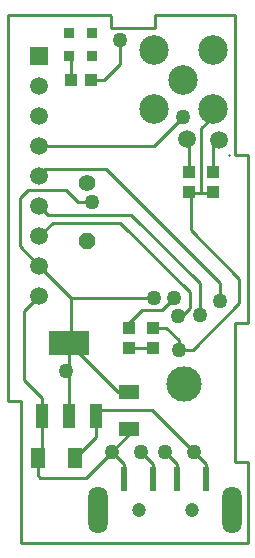
<source format=gtl>
%FSAX42Y42*%
%MOMM*%
G71*
G01*
G75*
G04 Layer_Physical_Order=1*
G04 Layer_Color=255*
%ADD10R,0.87X0.87*%
%ADD11R,1.10X1.00*%
%ADD12R,1.00X1.10*%
%ADD13R,3.40X2.15*%
%ADD14R,1.05X2.15*%
%ADD15R,1.05X2.15*%
%ADD16R,0.50X2.10*%
%ADD17R,1.70X1.25*%
%ADD18R,1.25X1.70*%
%ADD19C,0.25*%
%ADD20C,2.50*%
%ADD21R,1.50X1.50*%
%ADD22C,1.50*%
%ADD23C,1.52*%
%ADD24C,1.20*%
%ADD25O,1.65X4.00*%
%ADD26C,1.40*%
%ADD27P,1.52X8X112.5*%
%ADD28C,3.00*%
%ADD29C,1.27*%
D10*
X003048Y006655D02*
D03*
Y006849D02*
D03*
X003242D02*
D03*
Y006655D02*
D03*
D11*
X003065Y006452D02*
D03*
X003235D02*
D03*
D12*
X003556Y004182D02*
D03*
X003759D02*
D03*
Y004352D02*
D03*
X003556D02*
D03*
X004064Y005503D02*
D03*
X004267D02*
D03*
Y005673D02*
D03*
X004064D02*
D03*
D13*
X003048Y004222D02*
D03*
D14*
X003048Y003602D02*
D03*
X003278D02*
D03*
D15*
X002818Y003602D02*
D03*
D16*
X003511Y003070D02*
D03*
X003761D02*
D03*
X003961D02*
D03*
X004211D02*
D03*
D17*
X003556Y003495D02*
D03*
Y003810D02*
D03*
D18*
X003099Y003251D02*
D03*
X002784D02*
D03*
D19*
X002638Y002527D02*
Y003728D01*
X002527D01*
Y007003D01*
X003395D01*
X003403Y006995D01*
Y006893D01*
X003778D01*
Y007003D01*
X004453D01*
Y005812D01*
X004453Y005812D02*
X004562D01*
Y004388D01*
X004453D01*
Y003212D01*
X004562D01*
Y002527D01*
X002638D01*
X003511Y003070D02*
Y003200D01*
X003409Y003302D01*
X003556Y003449D01*
X003653Y003303D02*
X003761Y003194D01*
Y003070D01*
X003961D02*
Y003194D01*
X003858Y003297D01*
X004109Y003299D02*
X004211Y003198D01*
Y003070D01*
X004109Y003299D02*
X003753Y003655D01*
X003278D01*
Y003430D01*
X003099Y003251D01*
X003190Y003083D02*
X003409Y003302D01*
Y003253D01*
X003190Y003083D02*
X002805D01*
X002784Y003104D01*
Y003251D01*
X002818Y003283D02*
Y003602D01*
Y003755D01*
X002665Y003908D01*
Y004494D01*
X002794Y004623D01*
X003066Y004605D02*
X003767D01*
Y004614D01*
X003662Y004499D02*
X003833D01*
X003938Y004603D01*
X004008Y004455D02*
X004070Y004517D01*
Y004655D01*
X003483Y005242D01*
X002909D01*
X002794Y005128D01*
X002869Y005310D02*
X003575D01*
X004155Y004730D01*
Y004510D01*
X004095Y004162D02*
X004490Y004558D01*
Y004762D01*
X004078Y005175D01*
Y005489D01*
X004165D01*
Y006040D01*
X004263Y006138D01*
Y006202D01*
X004267Y005893D02*
X004318Y005944D01*
X004398Y005814D02*
X004398Y005814D01*
X004267Y005893D02*
Y005673D01*
X004064D02*
Y005928D01*
X004046Y005946D01*
X004010Y006138D02*
X003765Y005893D01*
X002794D01*
X002848Y005692D02*
X003358D01*
X004322Y004728D01*
X004322Y004728D02*
Y004578D01*
X004095Y004162D02*
X003975D01*
Y004247D01*
X003870Y004352D01*
X003759D01*
X003556D02*
Y004392D01*
X003662Y004499D01*
X003759Y004182D02*
X003556D01*
Y003810D02*
X003460D01*
X003048Y004222D01*
X003066Y004239D01*
Y004605D01*
X002794Y004877D01*
X002630Y005041D01*
Y005447D01*
X002698Y005515D01*
X003025D01*
X003120Y005420D01*
X003240D01*
X002794Y005639D02*
X002848Y005692D01*
X002794Y005385D02*
X002869Y005310D01*
X003048Y004222D02*
Y003602D01*
X004165Y005489D02*
X004253D01*
X003480Y006588D02*
Y006785D01*
Y006588D02*
X003344Y006452D01*
X003235D01*
X003065D02*
Y006638D01*
X003048Y006655D01*
D20*
X004263Y006202D02*
D03*
X004013Y006452D02*
D03*
X004263Y006702D02*
D03*
X003763D02*
D03*
Y006202D02*
D03*
D21*
X002794Y006655D02*
D03*
D22*
X002794Y004623D02*
D03*
Y004877D02*
D03*
Y005131D02*
D03*
Y005385D02*
D03*
Y005639D02*
D03*
Y005893D02*
D03*
Y006147D02*
D03*
Y006401D02*
D03*
D23*
X004318Y005944D02*
D03*
X004046Y005946D02*
D03*
D24*
X003636Y002810D02*
D03*
X004086D02*
D03*
D25*
X003291Y002810D02*
D03*
X004431D02*
D03*
D26*
X003200Y005578D02*
D03*
D27*
X003200Y005090D02*
D03*
D28*
X004022Y003878D02*
D03*
D29*
X003409Y003302D02*
D03*
X003653Y003303D02*
D03*
X003858Y003297D02*
D03*
X004109Y003299D02*
D03*
X003975Y004162D02*
D03*
X004155Y004460D02*
D03*
X004322Y004578D02*
D03*
X003938Y004603D02*
D03*
X003972Y004455D02*
D03*
X003767Y004605D02*
D03*
X003240Y005420D02*
D03*
X004010Y006138D02*
D03*
X003480Y006785D02*
D03*
X003024Y003985D02*
D03*
M02*

</source>
